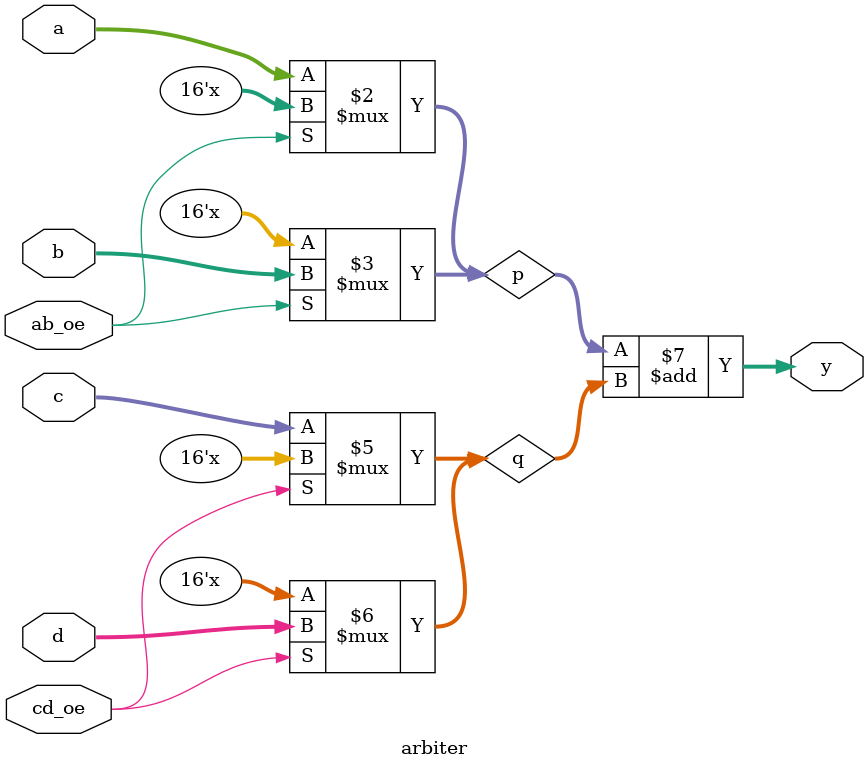
<source format=v>
`timescale 1ns / 1ps

module arbiter (a, b, c, d, ab_oe, cd_oe, y);
input ab_oe,cd_oe;
input [15:0] a,b,c,d;
output [15:0] y;

wire [15:0] p,q;

//			ab_oe=1 ab_oe=0
assign p = ~ab_oe ? a : 16'bzzzzzzzzzzzzzzzz;
assign p = ab_oe ? b : 16'bzzzzzzzzzzzzzzzz;
//			cd_oe=1 cd_oe=0
assign q = ~cd_oe ? c : 16'bzzzzzzzzzzzzzzzz;
assign q = cd_oe ? d : 16'bzzzzzzzzzzzzzzzz;

assign y = p + q;
endmodule

</source>
